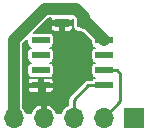
<source format=gtl>
%TF.GenerationSoftware,KiCad,Pcbnew,4.0.6*%
%TF.CreationDate,2017-07-08T13:22:26+03:00*%
%TF.ProjectId,crypto-eeprom,63727970746F2D656570726F6D2E6B69,rev?*%
%TF.FileFunction,Copper,L1,Top,Signal*%
%FSLAX46Y46*%
G04 Gerber Fmt 4.6, Leading zero omitted, Abs format (unit mm)*
G04 Created by KiCad (PCBNEW 4.0.6) date 07/08/17 13:22:26*
%MOMM*%
%LPD*%
G01*
G04 APERTURE LIST*
%ADD10C,0.100000*%
%ADD11R,1.200000X0.750000*%
%ADD12R,1.700000X1.700000*%
%ADD13O,1.700000X1.700000*%
%ADD14R,1.550000X0.600000*%
%ADD15C,1.000000*%
%ADD16C,0.250000*%
%ADD17C,0.160000*%
G04 APERTURE END LIST*
D10*
D11*
X149200000Y-103500000D03*
X147300000Y-103500000D03*
D12*
X153370000Y-111500000D03*
D13*
X150830000Y-111500000D03*
X148290000Y-111500000D03*
X145750000Y-111500000D03*
X143210000Y-111500000D03*
D14*
X145500000Y-104940000D03*
X145500000Y-106210000D03*
X145500000Y-107480000D03*
X145500000Y-108750000D03*
X150900000Y-108750000D03*
X150900000Y-107480000D03*
X150900000Y-106210000D03*
X150900000Y-104940000D03*
D15*
X149200000Y-103500000D02*
X149460000Y-103500000D01*
X149460000Y-103500000D02*
X150900000Y-104940000D01*
X148500000Y-102250000D02*
X149200000Y-102950000D01*
X149200000Y-102950000D02*
X149200000Y-103500000D01*
X145854998Y-102250000D02*
X148500000Y-102250000D01*
X143210000Y-111500000D02*
X143210000Y-104894998D01*
X143210000Y-104894998D02*
X145854998Y-102250000D01*
D16*
X145750000Y-111500000D02*
X145750000Y-109000000D01*
X145750000Y-109000000D02*
X145500000Y-108750000D01*
X152250000Y-107750000D02*
X151980000Y-107480000D01*
X151980000Y-107480000D02*
X150900000Y-107480000D01*
X152250000Y-110080000D02*
X152250000Y-107750000D01*
X150830000Y-111500000D02*
X152250000Y-110080000D01*
X149500000Y-108750000D02*
X148290000Y-109960000D01*
X148290000Y-109960000D02*
X148290000Y-111500000D01*
X150900000Y-108750000D02*
X149500000Y-108750000D01*
D17*
G36*
X146370000Y-103247500D02*
X146452500Y-103330000D01*
X147130000Y-103330000D01*
X147130000Y-103310000D01*
X147470000Y-103310000D01*
X147470000Y-103330000D01*
X148147500Y-103330000D01*
X148230000Y-103247500D01*
X148230000Y-103153798D01*
X148263535Y-103187332D01*
X148263535Y-103875000D01*
X148286546Y-103997291D01*
X148358819Y-104109607D01*
X148469096Y-104184956D01*
X148600000Y-104211465D01*
X148799528Y-104211465D01*
X148882373Y-104266820D01*
X149095395Y-104309193D01*
X149788535Y-105002332D01*
X149788535Y-105240000D01*
X149811546Y-105362291D01*
X149883819Y-105474607D01*
X149994096Y-105549956D01*
X150117500Y-105574946D01*
X150002709Y-105596546D01*
X149890393Y-105668819D01*
X149815044Y-105779096D01*
X149788535Y-105910000D01*
X149788535Y-106510000D01*
X149811546Y-106632291D01*
X149883819Y-106744607D01*
X149994096Y-106819956D01*
X150117500Y-106844946D01*
X150002709Y-106866546D01*
X149890393Y-106938819D01*
X149815044Y-107049096D01*
X149788535Y-107180000D01*
X149788535Y-107780000D01*
X149811546Y-107902291D01*
X149883819Y-108014607D01*
X149994096Y-108089956D01*
X150117500Y-108114946D01*
X150002709Y-108136546D01*
X149890393Y-108208819D01*
X149831508Y-108295000D01*
X149500000Y-108295000D01*
X149325879Y-108329635D01*
X149178266Y-108428266D01*
X149178264Y-108428269D01*
X147968266Y-109638266D01*
X147869635Y-109785879D01*
X147834999Y-109960000D01*
X147835000Y-109960005D01*
X147835000Y-110388999D01*
X147455614Y-110642496D01*
X147199822Y-111025316D01*
X147185961Y-111095000D01*
X146847145Y-111095000D01*
X146656809Y-110744927D01*
X146298828Y-110455383D01*
X146100574Y-110373280D01*
X145920000Y-110415746D01*
X145920000Y-111095000D01*
X145580000Y-111095000D01*
X145580000Y-110415746D01*
X145399426Y-110373280D01*
X145201172Y-110455383D01*
X144843191Y-110744927D01*
X144652855Y-111095000D01*
X144314039Y-111095000D01*
X144300178Y-111025316D01*
X144044386Y-110642496D01*
X144040000Y-110639565D01*
X144040000Y-108982500D01*
X144395000Y-108982500D01*
X144395000Y-109115641D01*
X144445240Y-109236930D01*
X144538070Y-109329761D01*
X144659359Y-109380000D01*
X145247500Y-109380000D01*
X145330000Y-109297500D01*
X145330000Y-108900000D01*
X145670000Y-108900000D01*
X145670000Y-109297500D01*
X145752500Y-109380000D01*
X146340641Y-109380000D01*
X146461930Y-109329761D01*
X146554760Y-109236930D01*
X146605000Y-109115641D01*
X146605000Y-108982500D01*
X146522500Y-108900000D01*
X145670000Y-108900000D01*
X145330000Y-108900000D01*
X144477500Y-108900000D01*
X144395000Y-108982500D01*
X144040000Y-108982500D01*
X144040000Y-108384359D01*
X144395000Y-108384359D01*
X144395000Y-108517500D01*
X144477500Y-108600000D01*
X145330000Y-108600000D01*
X145330000Y-108202500D01*
X145670000Y-108202500D01*
X145670000Y-108600000D01*
X146522500Y-108600000D01*
X146605000Y-108517500D01*
X146605000Y-108384359D01*
X146554760Y-108263070D01*
X146461930Y-108170239D01*
X146340641Y-108120000D01*
X145752500Y-108120000D01*
X145670000Y-108202500D01*
X145330000Y-108202500D01*
X145247500Y-108120000D01*
X144659359Y-108120000D01*
X144538070Y-108170239D01*
X144445240Y-108263070D01*
X144395000Y-108384359D01*
X144040000Y-108384359D01*
X144040000Y-105238796D01*
X144388535Y-104890261D01*
X144388535Y-105240000D01*
X144411546Y-105362291D01*
X144483819Y-105474607D01*
X144594096Y-105549956D01*
X144717500Y-105574946D01*
X144602709Y-105596546D01*
X144490393Y-105668819D01*
X144415044Y-105779096D01*
X144388535Y-105910000D01*
X144388535Y-106510000D01*
X144411546Y-106632291D01*
X144483819Y-106744607D01*
X144594096Y-106819956D01*
X144717500Y-106844946D01*
X144602709Y-106866546D01*
X144490393Y-106938819D01*
X144415044Y-107049096D01*
X144388535Y-107180000D01*
X144388535Y-107780000D01*
X144411546Y-107902291D01*
X144483819Y-108014607D01*
X144594096Y-108089956D01*
X144725000Y-108116465D01*
X146275000Y-108116465D01*
X146397291Y-108093454D01*
X146509607Y-108021181D01*
X146584956Y-107910904D01*
X146611465Y-107780000D01*
X146611465Y-107180000D01*
X146588454Y-107057709D01*
X146516181Y-106945393D01*
X146405904Y-106870044D01*
X146282500Y-106845054D01*
X146397291Y-106823454D01*
X146509607Y-106751181D01*
X146584956Y-106640904D01*
X146611465Y-106510000D01*
X146611465Y-105910000D01*
X146588454Y-105787709D01*
X146516181Y-105675393D01*
X146405904Y-105600044D01*
X146282500Y-105575054D01*
X146397291Y-105553454D01*
X146509607Y-105481181D01*
X146584956Y-105370904D01*
X146611465Y-105240000D01*
X146611465Y-104640000D01*
X146588454Y-104517709D01*
X146516181Y-104405393D01*
X146405904Y-104330044D01*
X146275000Y-104303535D01*
X144975261Y-104303535D01*
X145526296Y-103752500D01*
X146370000Y-103752500D01*
X146370000Y-103940641D01*
X146420240Y-104061930D01*
X146513070Y-104154761D01*
X146634359Y-104205000D01*
X147047500Y-104205000D01*
X147130000Y-104122500D01*
X147130000Y-103670000D01*
X147470000Y-103670000D01*
X147470000Y-104122500D01*
X147552500Y-104205000D01*
X147965641Y-104205000D01*
X148086930Y-104154761D01*
X148179760Y-104061930D01*
X148230000Y-103940641D01*
X148230000Y-103752500D01*
X148147500Y-103670000D01*
X147470000Y-103670000D01*
X147130000Y-103670000D01*
X146452500Y-103670000D01*
X146370000Y-103752500D01*
X145526296Y-103752500D01*
X146198796Y-103080000D01*
X146370000Y-103080000D01*
X146370000Y-103247500D01*
X146370000Y-103247500D01*
G37*
X146370000Y-103247500D02*
X146452500Y-103330000D01*
X147130000Y-103330000D01*
X147130000Y-103310000D01*
X147470000Y-103310000D01*
X147470000Y-103330000D01*
X148147500Y-103330000D01*
X148230000Y-103247500D01*
X148230000Y-103153798D01*
X148263535Y-103187332D01*
X148263535Y-103875000D01*
X148286546Y-103997291D01*
X148358819Y-104109607D01*
X148469096Y-104184956D01*
X148600000Y-104211465D01*
X148799528Y-104211465D01*
X148882373Y-104266820D01*
X149095395Y-104309193D01*
X149788535Y-105002332D01*
X149788535Y-105240000D01*
X149811546Y-105362291D01*
X149883819Y-105474607D01*
X149994096Y-105549956D01*
X150117500Y-105574946D01*
X150002709Y-105596546D01*
X149890393Y-105668819D01*
X149815044Y-105779096D01*
X149788535Y-105910000D01*
X149788535Y-106510000D01*
X149811546Y-106632291D01*
X149883819Y-106744607D01*
X149994096Y-106819956D01*
X150117500Y-106844946D01*
X150002709Y-106866546D01*
X149890393Y-106938819D01*
X149815044Y-107049096D01*
X149788535Y-107180000D01*
X149788535Y-107780000D01*
X149811546Y-107902291D01*
X149883819Y-108014607D01*
X149994096Y-108089956D01*
X150117500Y-108114946D01*
X150002709Y-108136546D01*
X149890393Y-108208819D01*
X149831508Y-108295000D01*
X149500000Y-108295000D01*
X149325879Y-108329635D01*
X149178266Y-108428266D01*
X149178264Y-108428269D01*
X147968266Y-109638266D01*
X147869635Y-109785879D01*
X147834999Y-109960000D01*
X147835000Y-109960005D01*
X147835000Y-110388999D01*
X147455614Y-110642496D01*
X147199822Y-111025316D01*
X147185961Y-111095000D01*
X146847145Y-111095000D01*
X146656809Y-110744927D01*
X146298828Y-110455383D01*
X146100574Y-110373280D01*
X145920000Y-110415746D01*
X145920000Y-111095000D01*
X145580000Y-111095000D01*
X145580000Y-110415746D01*
X145399426Y-110373280D01*
X145201172Y-110455383D01*
X144843191Y-110744927D01*
X144652855Y-111095000D01*
X144314039Y-111095000D01*
X144300178Y-111025316D01*
X144044386Y-110642496D01*
X144040000Y-110639565D01*
X144040000Y-108982500D01*
X144395000Y-108982500D01*
X144395000Y-109115641D01*
X144445240Y-109236930D01*
X144538070Y-109329761D01*
X144659359Y-109380000D01*
X145247500Y-109380000D01*
X145330000Y-109297500D01*
X145330000Y-108900000D01*
X145670000Y-108900000D01*
X145670000Y-109297500D01*
X145752500Y-109380000D01*
X146340641Y-109380000D01*
X146461930Y-109329761D01*
X146554760Y-109236930D01*
X146605000Y-109115641D01*
X146605000Y-108982500D01*
X146522500Y-108900000D01*
X145670000Y-108900000D01*
X145330000Y-108900000D01*
X144477500Y-108900000D01*
X144395000Y-108982500D01*
X144040000Y-108982500D01*
X144040000Y-108384359D01*
X144395000Y-108384359D01*
X144395000Y-108517500D01*
X144477500Y-108600000D01*
X145330000Y-108600000D01*
X145330000Y-108202500D01*
X145670000Y-108202500D01*
X145670000Y-108600000D01*
X146522500Y-108600000D01*
X146605000Y-108517500D01*
X146605000Y-108384359D01*
X146554760Y-108263070D01*
X146461930Y-108170239D01*
X146340641Y-108120000D01*
X145752500Y-108120000D01*
X145670000Y-108202500D01*
X145330000Y-108202500D01*
X145247500Y-108120000D01*
X144659359Y-108120000D01*
X144538070Y-108170239D01*
X144445240Y-108263070D01*
X144395000Y-108384359D01*
X144040000Y-108384359D01*
X144040000Y-105238796D01*
X144388535Y-104890261D01*
X144388535Y-105240000D01*
X144411546Y-105362291D01*
X144483819Y-105474607D01*
X144594096Y-105549956D01*
X144717500Y-105574946D01*
X144602709Y-105596546D01*
X144490393Y-105668819D01*
X144415044Y-105779096D01*
X144388535Y-105910000D01*
X144388535Y-106510000D01*
X144411546Y-106632291D01*
X144483819Y-106744607D01*
X144594096Y-106819956D01*
X144717500Y-106844946D01*
X144602709Y-106866546D01*
X144490393Y-106938819D01*
X144415044Y-107049096D01*
X144388535Y-107180000D01*
X144388535Y-107780000D01*
X144411546Y-107902291D01*
X144483819Y-108014607D01*
X144594096Y-108089956D01*
X144725000Y-108116465D01*
X146275000Y-108116465D01*
X146397291Y-108093454D01*
X146509607Y-108021181D01*
X146584956Y-107910904D01*
X146611465Y-107780000D01*
X146611465Y-107180000D01*
X146588454Y-107057709D01*
X146516181Y-106945393D01*
X146405904Y-106870044D01*
X146282500Y-106845054D01*
X146397291Y-106823454D01*
X146509607Y-106751181D01*
X146584956Y-106640904D01*
X146611465Y-106510000D01*
X146611465Y-105910000D01*
X146588454Y-105787709D01*
X146516181Y-105675393D01*
X146405904Y-105600044D01*
X146282500Y-105575054D01*
X146397291Y-105553454D01*
X146509607Y-105481181D01*
X146584956Y-105370904D01*
X146611465Y-105240000D01*
X146611465Y-104640000D01*
X146588454Y-104517709D01*
X146516181Y-104405393D01*
X146405904Y-104330044D01*
X146275000Y-104303535D01*
X144975261Y-104303535D01*
X145526296Y-103752500D01*
X146370000Y-103752500D01*
X146370000Y-103940641D01*
X146420240Y-104061930D01*
X146513070Y-104154761D01*
X146634359Y-104205000D01*
X147047500Y-104205000D01*
X147130000Y-104122500D01*
X147130000Y-103670000D01*
X147470000Y-103670000D01*
X147470000Y-104122500D01*
X147552500Y-104205000D01*
X147965641Y-104205000D01*
X148086930Y-104154761D01*
X148179760Y-104061930D01*
X148230000Y-103940641D01*
X148230000Y-103752500D01*
X148147500Y-103670000D01*
X147470000Y-103670000D01*
X147130000Y-103670000D01*
X146452500Y-103670000D01*
X146370000Y-103752500D01*
X145526296Y-103752500D01*
X146198796Y-103080000D01*
X146370000Y-103080000D01*
X146370000Y-103247500D01*
M02*

</source>
